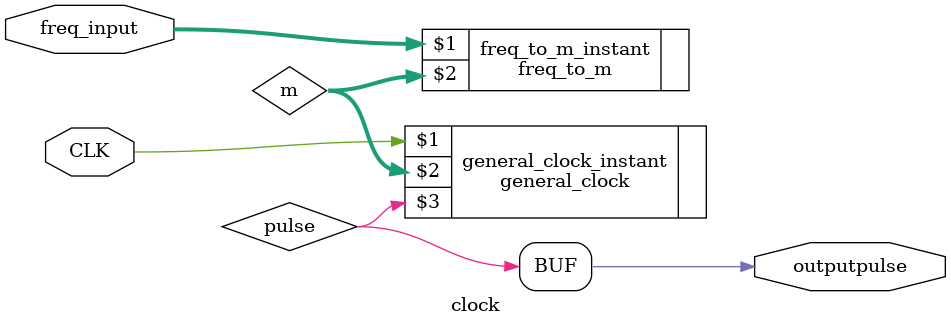
<source format=v>
`timescale 1ns / 1ps


module clock(
    input CLK,
    input [23:0] freq_input,
    output outputpulse
    );
    
    wire [20:0] m;
   
    freq_to_m freq_to_m_instant(freq_input, m);
    general_clock general_clock_instant(CLK, m, pulse);

    assign outputpulse = pulse;
    
endmodule

</source>
